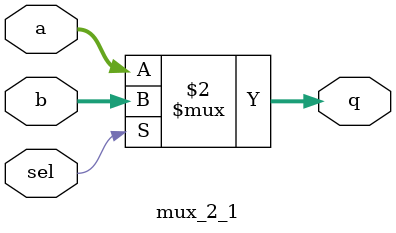
<source format=v>


module mux_2_1(sel, a, b, q);
   parameter               DATA_WIDTH = 4;
   input                   sel;
   input [DATA_WIDTH-1:0]  a;
   input [DATA_WIDTH-1:0]  b;
   output [DATA_WIDTH-1:0] q;

   
   
   assign q = (sel==1'b1)? b:a;
   
endmodule


</source>
